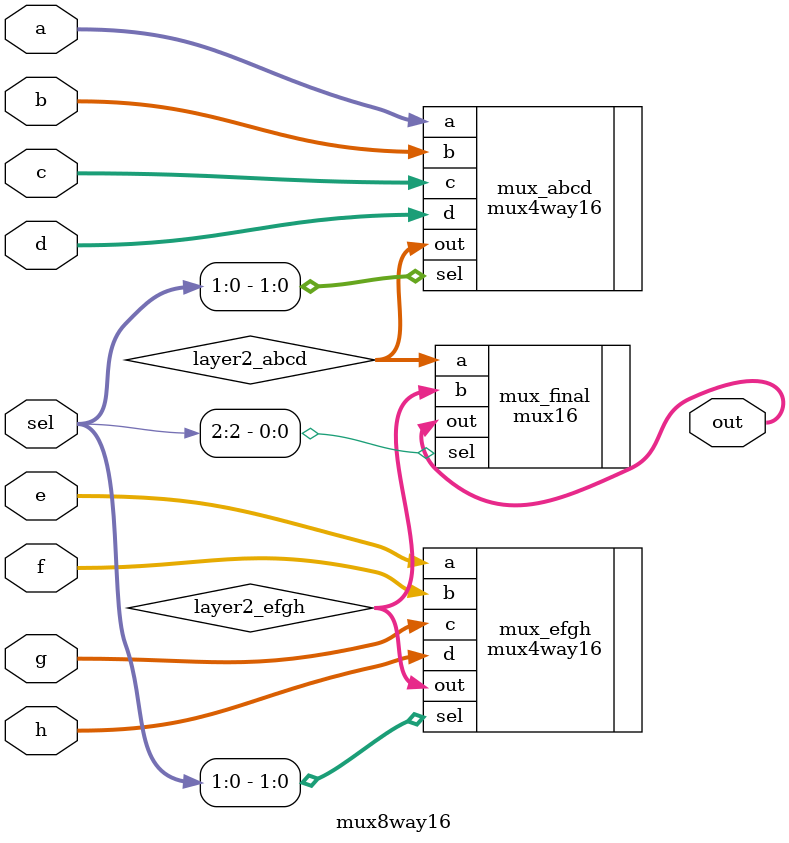
<source format=v>
/* select between 8 16-bit inputs */
module mux8way16(
    input wire [15:0] a,
    input wire [15:0] b,
    input wire [15:0] c,
    input wire [15:0] d,
    input wire [15:0] e,
    input wire [15:0] f,
    input wire [15:0] g,
    input wire [15:0] h,
    input wire [2:0] sel,
    output wire [15:0] out
);
    wire [15:0] layer2_abcd, layer2_efgh;

    mux4way16 mux_abcd (
        .a(a),
        .b(b),
        .c(c),
        .d(d),
        .sel(sel[1:0]),
        .out(layer2_abcd)
    );
    mux4way16 mux_efgh (
        .a(e),
        .b(f),
        .c(g),
        .d(h),
        .sel(sel[1:0]),
        .out(layer2_efgh)
    );
    mux16 mux_final (
        .a(layer2_abcd),
        .b(layer2_efgh),
        .sel(sel[2]),
        .out(out)
    );
endmodule
</source>
